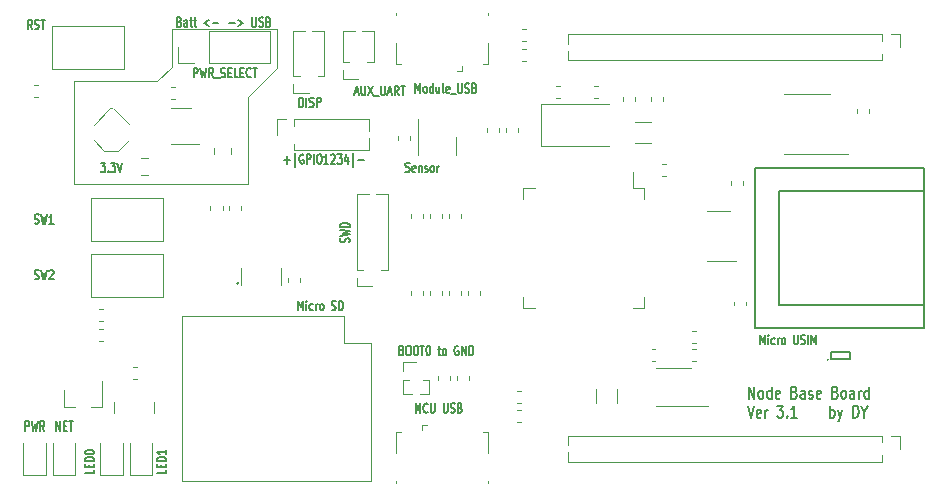
<source format=gbr>
G04 #@! TF.GenerationSoftware,KiCad,Pcbnew,5.99.0-unknown-df3fabf~86~ubuntu18.04.1*
G04 #@! TF.CreationDate,2019-10-30T18:29:11-04:00*
G04 #@! TF.ProjectId,node_base,6e6f6465-5f62-4617-9365-2e6b69636164,rev?*
G04 #@! TF.SameCoordinates,Original*
G04 #@! TF.FileFunction,Legend,Top*
G04 #@! TF.FilePolarity,Positive*
%FSLAX46Y46*%
G04 Gerber Fmt 4.6, Leading zero omitted, Abs format (unit mm)*
G04 Created by KiCad (PCBNEW 5.99.0-unknown-df3fabf~86~ubuntu18.04.1) date 2019-10-30 18:29:11*
%MOMM*%
%LPD*%
G04 APERTURE LIST*
%ADD10C,0.150000*%
%ADD11C,0.120000*%
G04 APERTURE END LIST*
D10*
X89114285Y-82761904D02*
X89485714Y-82761904D01*
X89285714Y-83066666D01*
X89371428Y-83066666D01*
X89428571Y-83104761D01*
X89457142Y-83142857D01*
X89485714Y-83219047D01*
X89485714Y-83409523D01*
X89457142Y-83485714D01*
X89428571Y-83523809D01*
X89371428Y-83561904D01*
X89200000Y-83561904D01*
X89142857Y-83523809D01*
X89114285Y-83485714D01*
X89742857Y-83485714D02*
X89771428Y-83523809D01*
X89742857Y-83561904D01*
X89714285Y-83523809D01*
X89742857Y-83485714D01*
X89742857Y-83561904D01*
X89971428Y-82761904D02*
X90342857Y-82761904D01*
X90142857Y-83066666D01*
X90228571Y-83066666D01*
X90285714Y-83104761D01*
X90314285Y-83142857D01*
X90342857Y-83219047D01*
X90342857Y-83409523D01*
X90314285Y-83485714D01*
X90285714Y-83523809D01*
X90228571Y-83561904D01*
X90057142Y-83561904D01*
X90000000Y-83523809D01*
X89971428Y-83485714D01*
X90514285Y-82761904D02*
X90714285Y-83561904D01*
X90914285Y-82761904D01*
X150864404Y-104352380D02*
X150864404Y-103352380D01*
X150864404Y-103733333D02*
X150940595Y-103685714D01*
X151092976Y-103685714D01*
X151169166Y-103733333D01*
X151207261Y-103780952D01*
X151245357Y-103876190D01*
X151245357Y-104161904D01*
X151207261Y-104257142D01*
X151169166Y-104304761D01*
X151092976Y-104352380D01*
X150940595Y-104352380D01*
X150864404Y-104304761D01*
X151512023Y-103685714D02*
X151702500Y-104352380D01*
X151892976Y-103685714D02*
X151702500Y-104352380D01*
X151626309Y-104590476D01*
X151588214Y-104638095D01*
X151512023Y-104685714D01*
X152807261Y-104352380D02*
X152807261Y-103352380D01*
X152997738Y-103352380D01*
X153112023Y-103400000D01*
X153188214Y-103495238D01*
X153226309Y-103590476D01*
X153264404Y-103780952D01*
X153264404Y-103923809D01*
X153226309Y-104114285D01*
X153188214Y-104209523D01*
X153112023Y-104304761D01*
X152997738Y-104352380D01*
X152807261Y-104352380D01*
X153759642Y-103876190D02*
X153759642Y-104352380D01*
X153492976Y-103352380D02*
X153759642Y-103876190D01*
X154026309Y-103352380D01*
X85328571Y-105461904D02*
X85328571Y-104661904D01*
X85671428Y-105461904D01*
X85671428Y-104661904D01*
X85957142Y-105042857D02*
X86157142Y-105042857D01*
X86242857Y-105461904D02*
X85957142Y-105461904D01*
X85957142Y-104661904D01*
X86242857Y-104661904D01*
X86414285Y-104661904D02*
X86757142Y-104661904D01*
X86585714Y-105461904D02*
X86585714Y-104661904D01*
X94661904Y-108771428D02*
X94661904Y-109057142D01*
X93861904Y-109057142D01*
X94242857Y-108571428D02*
X94242857Y-108371428D01*
X94661904Y-108285714D02*
X94661904Y-108571428D01*
X93861904Y-108571428D01*
X93861904Y-108285714D01*
X94661904Y-108028571D02*
X93861904Y-108028571D01*
X93861904Y-107885714D01*
X93900000Y-107800000D01*
X93976190Y-107742857D01*
X94052380Y-107714285D01*
X94204761Y-107685714D01*
X94319047Y-107685714D01*
X94471428Y-107714285D01*
X94547619Y-107742857D01*
X94623809Y-107800000D01*
X94661904Y-107885714D01*
X94661904Y-108028571D01*
X94661904Y-107114285D02*
X94661904Y-107457142D01*
X94661904Y-107285714D02*
X93861904Y-107285714D01*
X93976190Y-107342857D01*
X94052380Y-107400000D01*
X94090476Y-107457142D01*
X88561904Y-108771428D02*
X88561904Y-109057142D01*
X87761904Y-109057142D01*
X88142857Y-108571428D02*
X88142857Y-108371428D01*
X88561904Y-108285714D02*
X88561904Y-108571428D01*
X87761904Y-108571428D01*
X87761904Y-108285714D01*
X88561904Y-108028571D02*
X87761904Y-108028571D01*
X87761904Y-107885714D01*
X87800000Y-107800000D01*
X87876190Y-107742857D01*
X87952380Y-107714285D01*
X88104761Y-107685714D01*
X88219047Y-107685714D01*
X88371428Y-107714285D01*
X88447619Y-107742857D01*
X88523809Y-107800000D01*
X88561904Y-107885714D01*
X88561904Y-108028571D01*
X87761904Y-107314285D02*
X87761904Y-107257142D01*
X87800000Y-107200000D01*
X87838095Y-107171428D01*
X87914285Y-107142857D01*
X88066666Y-107114285D01*
X88257142Y-107114285D01*
X88409523Y-107142857D01*
X88485714Y-107171428D01*
X88523809Y-107200000D01*
X88561904Y-107257142D01*
X88561904Y-107314285D01*
X88523809Y-107371428D01*
X88485714Y-107400000D01*
X88409523Y-107428571D01*
X88257142Y-107457142D01*
X88066666Y-107457142D01*
X87914285Y-107428571D01*
X87838095Y-107400000D01*
X87800000Y-107371428D01*
X87761904Y-107314285D01*
X82700000Y-105461904D02*
X82700000Y-104661904D01*
X82928571Y-104661904D01*
X82985714Y-104700000D01*
X83014285Y-104738095D01*
X83042857Y-104814285D01*
X83042857Y-104928571D01*
X83014285Y-105004761D01*
X82985714Y-105042857D01*
X82928571Y-105080952D01*
X82700000Y-105080952D01*
X83242857Y-104661904D02*
X83385714Y-105461904D01*
X83500000Y-104890476D01*
X83614285Y-105461904D01*
X83757142Y-104661904D01*
X84328571Y-105461904D02*
X84128571Y-105080952D01*
X83985714Y-105461904D02*
X83985714Y-104661904D01*
X84214285Y-104661904D01*
X84271428Y-104700000D01*
X84300000Y-104738095D01*
X84328571Y-104814285D01*
X84328571Y-104928571D01*
X84300000Y-105004761D01*
X84271428Y-105042857D01*
X84214285Y-105080952D01*
X83985714Y-105080952D01*
D11*
X95100000Y-71500000D02*
X95100000Y-71700000D01*
X104000000Y-71500000D02*
X95100000Y-71500000D01*
X104000000Y-74800000D02*
X104000000Y-71500000D01*
X101600000Y-77200000D02*
X104000000Y-74800000D01*
X101600000Y-84600000D02*
X101600000Y-77200000D01*
X86800000Y-84600000D02*
X101600000Y-84600000D01*
X86800000Y-75900000D02*
X86800000Y-84600000D01*
X93900000Y-75900000D02*
X86800000Y-75900000D01*
X95100000Y-74700000D02*
X93900000Y-75900000D01*
X95100000Y-71700000D02*
X95100000Y-74700000D01*
D10*
X143987976Y-102747380D02*
X143987976Y-101747380D01*
X144445119Y-102747380D01*
X144445119Y-101747380D01*
X144940357Y-102747380D02*
X144864166Y-102699761D01*
X144826071Y-102652142D01*
X144787976Y-102556904D01*
X144787976Y-102271190D01*
X144826071Y-102175952D01*
X144864166Y-102128333D01*
X144940357Y-102080714D01*
X145054642Y-102080714D01*
X145130833Y-102128333D01*
X145168928Y-102175952D01*
X145207023Y-102271190D01*
X145207023Y-102556904D01*
X145168928Y-102652142D01*
X145130833Y-102699761D01*
X145054642Y-102747380D01*
X144940357Y-102747380D01*
X145892738Y-102747380D02*
X145892738Y-101747380D01*
X145892738Y-102699761D02*
X145816547Y-102747380D01*
X145664166Y-102747380D01*
X145587976Y-102699761D01*
X145549880Y-102652142D01*
X145511785Y-102556904D01*
X145511785Y-102271190D01*
X145549880Y-102175952D01*
X145587976Y-102128333D01*
X145664166Y-102080714D01*
X145816547Y-102080714D01*
X145892738Y-102128333D01*
X146578452Y-102699761D02*
X146502261Y-102747380D01*
X146349880Y-102747380D01*
X146273690Y-102699761D01*
X146235595Y-102604523D01*
X146235595Y-102223571D01*
X146273690Y-102128333D01*
X146349880Y-102080714D01*
X146502261Y-102080714D01*
X146578452Y-102128333D01*
X146616547Y-102223571D01*
X146616547Y-102318809D01*
X146235595Y-102414047D01*
X147835595Y-102223571D02*
X147949880Y-102271190D01*
X147987976Y-102318809D01*
X148026071Y-102414047D01*
X148026071Y-102556904D01*
X147987976Y-102652142D01*
X147949880Y-102699761D01*
X147873690Y-102747380D01*
X147568928Y-102747380D01*
X147568928Y-101747380D01*
X147835595Y-101747380D01*
X147911785Y-101795000D01*
X147949880Y-101842619D01*
X147987976Y-101937857D01*
X147987976Y-102033095D01*
X147949880Y-102128333D01*
X147911785Y-102175952D01*
X147835595Y-102223571D01*
X147568928Y-102223571D01*
X148711785Y-102747380D02*
X148711785Y-102223571D01*
X148673690Y-102128333D01*
X148597500Y-102080714D01*
X148445119Y-102080714D01*
X148368928Y-102128333D01*
X148711785Y-102699761D02*
X148635595Y-102747380D01*
X148445119Y-102747380D01*
X148368928Y-102699761D01*
X148330833Y-102604523D01*
X148330833Y-102509285D01*
X148368928Y-102414047D01*
X148445119Y-102366428D01*
X148635595Y-102366428D01*
X148711785Y-102318809D01*
X149054642Y-102699761D02*
X149130833Y-102747380D01*
X149283214Y-102747380D01*
X149359404Y-102699761D01*
X149397500Y-102604523D01*
X149397500Y-102556904D01*
X149359404Y-102461666D01*
X149283214Y-102414047D01*
X149168928Y-102414047D01*
X149092738Y-102366428D01*
X149054642Y-102271190D01*
X149054642Y-102223571D01*
X149092738Y-102128333D01*
X149168928Y-102080714D01*
X149283214Y-102080714D01*
X149359404Y-102128333D01*
X150045119Y-102699761D02*
X149968928Y-102747380D01*
X149816547Y-102747380D01*
X149740357Y-102699761D01*
X149702261Y-102604523D01*
X149702261Y-102223571D01*
X149740357Y-102128333D01*
X149816547Y-102080714D01*
X149968928Y-102080714D01*
X150045119Y-102128333D01*
X150083214Y-102223571D01*
X150083214Y-102318809D01*
X149702261Y-102414047D01*
X151302261Y-102223571D02*
X151416547Y-102271190D01*
X151454642Y-102318809D01*
X151492738Y-102414047D01*
X151492738Y-102556904D01*
X151454642Y-102652142D01*
X151416547Y-102699761D01*
X151340357Y-102747380D01*
X151035595Y-102747380D01*
X151035595Y-101747380D01*
X151302261Y-101747380D01*
X151378452Y-101795000D01*
X151416547Y-101842619D01*
X151454642Y-101937857D01*
X151454642Y-102033095D01*
X151416547Y-102128333D01*
X151378452Y-102175952D01*
X151302261Y-102223571D01*
X151035595Y-102223571D01*
X151949880Y-102747380D02*
X151873690Y-102699761D01*
X151835595Y-102652142D01*
X151797500Y-102556904D01*
X151797500Y-102271190D01*
X151835595Y-102175952D01*
X151873690Y-102128333D01*
X151949880Y-102080714D01*
X152064166Y-102080714D01*
X152140357Y-102128333D01*
X152178452Y-102175952D01*
X152216547Y-102271190D01*
X152216547Y-102556904D01*
X152178452Y-102652142D01*
X152140357Y-102699761D01*
X152064166Y-102747380D01*
X151949880Y-102747380D01*
X152902261Y-102747380D02*
X152902261Y-102223571D01*
X152864166Y-102128333D01*
X152787976Y-102080714D01*
X152635595Y-102080714D01*
X152559404Y-102128333D01*
X152902261Y-102699761D02*
X152826071Y-102747380D01*
X152635595Y-102747380D01*
X152559404Y-102699761D01*
X152521309Y-102604523D01*
X152521309Y-102509285D01*
X152559404Y-102414047D01*
X152635595Y-102366428D01*
X152826071Y-102366428D01*
X152902261Y-102318809D01*
X153283214Y-102747380D02*
X153283214Y-102080714D01*
X153283214Y-102271190D02*
X153321309Y-102175952D01*
X153359404Y-102128333D01*
X153435595Y-102080714D01*
X153511785Y-102080714D01*
X154121309Y-102747380D02*
X154121309Y-101747380D01*
X154121309Y-102699761D02*
X154045119Y-102747380D01*
X153892738Y-102747380D01*
X153816547Y-102699761D01*
X153778452Y-102652142D01*
X153740357Y-102556904D01*
X153740357Y-102271190D01*
X153778452Y-102175952D01*
X153816547Y-102128333D01*
X153892738Y-102080714D01*
X154045119Y-102080714D01*
X154121309Y-102128333D01*
X143873690Y-103357380D02*
X144140357Y-104357380D01*
X144407023Y-103357380D01*
X144978452Y-104309761D02*
X144902261Y-104357380D01*
X144749880Y-104357380D01*
X144673690Y-104309761D01*
X144635595Y-104214523D01*
X144635595Y-103833571D01*
X144673690Y-103738333D01*
X144749880Y-103690714D01*
X144902261Y-103690714D01*
X144978452Y-103738333D01*
X145016547Y-103833571D01*
X145016547Y-103928809D01*
X144635595Y-104024047D01*
X145359404Y-104357380D02*
X145359404Y-103690714D01*
X145359404Y-103881190D02*
X145397500Y-103785952D01*
X145435595Y-103738333D01*
X145511785Y-103690714D01*
X145587976Y-103690714D01*
X146387976Y-103357380D02*
X146883214Y-103357380D01*
X146616547Y-103738333D01*
X146730833Y-103738333D01*
X146807023Y-103785952D01*
X146845119Y-103833571D01*
X146883214Y-103928809D01*
X146883214Y-104166904D01*
X146845119Y-104262142D01*
X146807023Y-104309761D01*
X146730833Y-104357380D01*
X146502261Y-104357380D01*
X146426071Y-104309761D01*
X146387976Y-104262142D01*
X147226071Y-104262142D02*
X147264166Y-104309761D01*
X147226071Y-104357380D01*
X147187976Y-104309761D01*
X147226071Y-104262142D01*
X147226071Y-104357380D01*
X148026071Y-104357380D02*
X147568928Y-104357380D01*
X147797500Y-104357380D02*
X147797500Y-103357380D01*
X147721309Y-103500238D01*
X147645119Y-103595476D01*
X147568928Y-103643095D01*
X114900000Y-83523809D02*
X114985714Y-83561904D01*
X115128571Y-83561904D01*
X115185714Y-83523809D01*
X115214285Y-83485714D01*
X115242857Y-83409523D01*
X115242857Y-83333333D01*
X115214285Y-83257142D01*
X115185714Y-83219047D01*
X115128571Y-83180952D01*
X115014285Y-83142857D01*
X114957142Y-83104761D01*
X114928571Y-83066666D01*
X114900000Y-82990476D01*
X114900000Y-82914285D01*
X114928571Y-82838095D01*
X114957142Y-82800000D01*
X115014285Y-82761904D01*
X115157142Y-82761904D01*
X115242857Y-82800000D01*
X115728571Y-83523809D02*
X115671428Y-83561904D01*
X115557142Y-83561904D01*
X115500000Y-83523809D01*
X115471428Y-83447619D01*
X115471428Y-83142857D01*
X115500000Y-83066666D01*
X115557142Y-83028571D01*
X115671428Y-83028571D01*
X115728571Y-83066666D01*
X115757142Y-83142857D01*
X115757142Y-83219047D01*
X115471428Y-83295238D01*
X116014285Y-83028571D02*
X116014285Y-83561904D01*
X116014285Y-83104761D02*
X116042857Y-83066666D01*
X116100000Y-83028571D01*
X116185714Y-83028571D01*
X116242857Y-83066666D01*
X116271428Y-83142857D01*
X116271428Y-83561904D01*
X116528571Y-83523809D02*
X116585714Y-83561904D01*
X116700000Y-83561904D01*
X116757142Y-83523809D01*
X116785714Y-83447619D01*
X116785714Y-83409523D01*
X116757142Y-83333333D01*
X116700000Y-83295238D01*
X116614285Y-83295238D01*
X116557142Y-83257142D01*
X116528571Y-83180952D01*
X116528571Y-83142857D01*
X116557142Y-83066666D01*
X116614285Y-83028571D01*
X116700000Y-83028571D01*
X116757142Y-83066666D01*
X117128571Y-83561904D02*
X117071428Y-83523809D01*
X117042857Y-83485714D01*
X117014285Y-83409523D01*
X117014285Y-83180952D01*
X117042857Y-83104761D01*
X117071428Y-83066666D01*
X117128571Y-83028571D01*
X117214285Y-83028571D01*
X117271428Y-83066666D01*
X117300000Y-83104761D01*
X117328571Y-83180952D01*
X117328571Y-83409523D01*
X117300000Y-83485714D01*
X117271428Y-83523809D01*
X117214285Y-83561904D01*
X117128571Y-83561904D01*
X117585714Y-83561904D02*
X117585714Y-83028571D01*
X117585714Y-83180952D02*
X117614285Y-83104761D01*
X117642857Y-83066666D01*
X117700000Y-83028571D01*
X117757142Y-83028571D01*
X114585714Y-98642857D02*
X114671428Y-98680952D01*
X114700000Y-98719047D01*
X114728571Y-98795238D01*
X114728571Y-98909523D01*
X114700000Y-98985714D01*
X114671428Y-99023809D01*
X114614285Y-99061904D01*
X114385714Y-99061904D01*
X114385714Y-98261904D01*
X114585714Y-98261904D01*
X114642857Y-98300000D01*
X114671428Y-98338095D01*
X114700000Y-98414285D01*
X114700000Y-98490476D01*
X114671428Y-98566666D01*
X114642857Y-98604761D01*
X114585714Y-98642857D01*
X114385714Y-98642857D01*
X115100000Y-98261904D02*
X115214285Y-98261904D01*
X115271428Y-98300000D01*
X115328571Y-98376190D01*
X115357142Y-98528571D01*
X115357142Y-98795238D01*
X115328571Y-98947619D01*
X115271428Y-99023809D01*
X115214285Y-99061904D01*
X115100000Y-99061904D01*
X115042857Y-99023809D01*
X114985714Y-98947619D01*
X114957142Y-98795238D01*
X114957142Y-98528571D01*
X114985714Y-98376190D01*
X115042857Y-98300000D01*
X115100000Y-98261904D01*
X115728571Y-98261904D02*
X115842857Y-98261904D01*
X115900000Y-98300000D01*
X115957142Y-98376190D01*
X115985714Y-98528571D01*
X115985714Y-98795238D01*
X115957142Y-98947619D01*
X115900000Y-99023809D01*
X115842857Y-99061904D01*
X115728571Y-99061904D01*
X115671428Y-99023809D01*
X115614285Y-98947619D01*
X115585714Y-98795238D01*
X115585714Y-98528571D01*
X115614285Y-98376190D01*
X115671428Y-98300000D01*
X115728571Y-98261904D01*
X116157142Y-98261904D02*
X116500000Y-98261904D01*
X116328571Y-99061904D02*
X116328571Y-98261904D01*
X116814285Y-98261904D02*
X116871428Y-98261904D01*
X116928571Y-98300000D01*
X116957142Y-98338095D01*
X116985714Y-98414285D01*
X117014285Y-98566666D01*
X117014285Y-98757142D01*
X116985714Y-98909523D01*
X116957142Y-98985714D01*
X116928571Y-99023809D01*
X116871428Y-99061904D01*
X116814285Y-99061904D01*
X116757142Y-99023809D01*
X116728571Y-98985714D01*
X116700000Y-98909523D01*
X116671428Y-98757142D01*
X116671428Y-98566666D01*
X116700000Y-98414285D01*
X116728571Y-98338095D01*
X116757142Y-98300000D01*
X116814285Y-98261904D01*
X117642857Y-98528571D02*
X117871428Y-98528571D01*
X117728571Y-98261904D02*
X117728571Y-98947619D01*
X117757142Y-99023809D01*
X117814285Y-99061904D01*
X117871428Y-99061904D01*
X118157142Y-99061904D02*
X118100000Y-99023809D01*
X118071428Y-98985714D01*
X118042857Y-98909523D01*
X118042857Y-98680952D01*
X118071428Y-98604761D01*
X118100000Y-98566666D01*
X118157142Y-98528571D01*
X118242857Y-98528571D01*
X118300000Y-98566666D01*
X118328571Y-98604761D01*
X118357142Y-98680952D01*
X118357142Y-98909523D01*
X118328571Y-98985714D01*
X118300000Y-99023809D01*
X118242857Y-99061904D01*
X118157142Y-99061904D01*
X119385714Y-98300000D02*
X119328571Y-98261904D01*
X119242857Y-98261904D01*
X119157142Y-98300000D01*
X119100000Y-98376190D01*
X119071428Y-98452380D01*
X119042857Y-98604761D01*
X119042857Y-98719047D01*
X119071428Y-98871428D01*
X119100000Y-98947619D01*
X119157142Y-99023809D01*
X119242857Y-99061904D01*
X119300000Y-99061904D01*
X119385714Y-99023809D01*
X119414285Y-98985714D01*
X119414285Y-98719047D01*
X119300000Y-98719047D01*
X119671428Y-99061904D02*
X119671428Y-98261904D01*
X120014285Y-99061904D01*
X120014285Y-98261904D01*
X120300000Y-99061904D02*
X120300000Y-98261904D01*
X120442857Y-98261904D01*
X120528571Y-98300000D01*
X120585714Y-98376190D01*
X120614285Y-98452380D01*
X120642857Y-98604761D01*
X120642857Y-98719047D01*
X120614285Y-98871428D01*
X120585714Y-98947619D01*
X120528571Y-99023809D01*
X120442857Y-99061904D01*
X120300000Y-99061904D01*
X115757142Y-103961904D02*
X115757142Y-103161904D01*
X115957142Y-103733333D01*
X116157142Y-103161904D01*
X116157142Y-103961904D01*
X116785714Y-103885714D02*
X116757142Y-103923809D01*
X116671428Y-103961904D01*
X116614285Y-103961904D01*
X116528571Y-103923809D01*
X116471428Y-103847619D01*
X116442857Y-103771428D01*
X116414285Y-103619047D01*
X116414285Y-103504761D01*
X116442857Y-103352380D01*
X116471428Y-103276190D01*
X116528571Y-103200000D01*
X116614285Y-103161904D01*
X116671428Y-103161904D01*
X116757142Y-103200000D01*
X116785714Y-103238095D01*
X117042857Y-103161904D02*
X117042857Y-103809523D01*
X117071428Y-103885714D01*
X117100000Y-103923809D01*
X117157142Y-103961904D01*
X117271428Y-103961904D01*
X117328571Y-103923809D01*
X117357142Y-103885714D01*
X117385714Y-103809523D01*
X117385714Y-103161904D01*
X118128571Y-103161904D02*
X118128571Y-103809523D01*
X118157142Y-103885714D01*
X118185714Y-103923809D01*
X118242857Y-103961904D01*
X118357142Y-103961904D01*
X118414285Y-103923809D01*
X118442857Y-103885714D01*
X118471428Y-103809523D01*
X118471428Y-103161904D01*
X118728571Y-103923809D02*
X118814285Y-103961904D01*
X118957142Y-103961904D01*
X119014285Y-103923809D01*
X119042857Y-103885714D01*
X119071428Y-103809523D01*
X119071428Y-103733333D01*
X119042857Y-103657142D01*
X119014285Y-103619047D01*
X118957142Y-103580952D01*
X118842857Y-103542857D01*
X118785714Y-103504761D01*
X118757142Y-103466666D01*
X118728571Y-103390476D01*
X118728571Y-103314285D01*
X118757142Y-103238095D01*
X118785714Y-103200000D01*
X118842857Y-103161904D01*
X118985714Y-103161904D01*
X119071428Y-103200000D01*
X119528571Y-103542857D02*
X119614285Y-103580952D01*
X119642857Y-103619047D01*
X119671428Y-103695238D01*
X119671428Y-103809523D01*
X119642857Y-103885714D01*
X119614285Y-103923809D01*
X119557142Y-103961904D01*
X119328571Y-103961904D01*
X119328571Y-103161904D01*
X119528571Y-103161904D01*
X119585714Y-103200000D01*
X119614285Y-103238095D01*
X119642857Y-103314285D01*
X119642857Y-103390476D01*
X119614285Y-103466666D01*
X119585714Y-103504761D01*
X119528571Y-103542857D01*
X119328571Y-103542857D01*
X83500000Y-87923809D02*
X83585714Y-87961904D01*
X83728571Y-87961904D01*
X83785714Y-87923809D01*
X83814285Y-87885714D01*
X83842857Y-87809523D01*
X83842857Y-87733333D01*
X83814285Y-87657142D01*
X83785714Y-87619047D01*
X83728571Y-87580952D01*
X83614285Y-87542857D01*
X83557142Y-87504761D01*
X83528571Y-87466666D01*
X83500000Y-87390476D01*
X83500000Y-87314285D01*
X83528571Y-87238095D01*
X83557142Y-87200000D01*
X83614285Y-87161904D01*
X83757142Y-87161904D01*
X83842857Y-87200000D01*
X84042857Y-87161904D02*
X84185714Y-87961904D01*
X84300000Y-87390476D01*
X84414285Y-87961904D01*
X84557142Y-87161904D01*
X85100000Y-87961904D02*
X84757142Y-87961904D01*
X84928571Y-87961904D02*
X84928571Y-87161904D01*
X84871428Y-87276190D01*
X84814285Y-87352380D01*
X84757142Y-87390476D01*
X83500000Y-92623809D02*
X83585714Y-92661904D01*
X83728571Y-92661904D01*
X83785714Y-92623809D01*
X83814285Y-92585714D01*
X83842857Y-92509523D01*
X83842857Y-92433333D01*
X83814285Y-92357142D01*
X83785714Y-92319047D01*
X83728571Y-92280952D01*
X83614285Y-92242857D01*
X83557142Y-92204761D01*
X83528571Y-92166666D01*
X83500000Y-92090476D01*
X83500000Y-92014285D01*
X83528571Y-91938095D01*
X83557142Y-91900000D01*
X83614285Y-91861904D01*
X83757142Y-91861904D01*
X83842857Y-91900000D01*
X84042857Y-91861904D02*
X84185714Y-92661904D01*
X84300000Y-92090476D01*
X84414285Y-92661904D01*
X84557142Y-91861904D01*
X84757142Y-91938095D02*
X84785714Y-91900000D01*
X84842857Y-91861904D01*
X84985714Y-91861904D01*
X85042857Y-91900000D01*
X85071428Y-91938095D01*
X85100000Y-92014285D01*
X85100000Y-92090476D01*
X85071428Y-92204761D01*
X84728571Y-92661904D01*
X85100000Y-92661904D01*
X110123809Y-89514285D02*
X110161904Y-89428571D01*
X110161904Y-89285714D01*
X110123809Y-89228571D01*
X110085714Y-89200000D01*
X110009523Y-89171428D01*
X109933333Y-89171428D01*
X109857142Y-89200000D01*
X109819047Y-89228571D01*
X109780952Y-89285714D01*
X109742857Y-89400000D01*
X109704761Y-89457142D01*
X109666666Y-89485714D01*
X109590476Y-89514285D01*
X109514285Y-89514285D01*
X109438095Y-89485714D01*
X109400000Y-89457142D01*
X109361904Y-89400000D01*
X109361904Y-89257142D01*
X109400000Y-89171428D01*
X109361904Y-88971428D02*
X110161904Y-88828571D01*
X109590476Y-88714285D01*
X110161904Y-88600000D01*
X109361904Y-88457142D01*
X110161904Y-88228571D02*
X109361904Y-88228571D01*
X109361904Y-88085714D01*
X109400000Y-88000000D01*
X109476190Y-87942857D01*
X109552380Y-87914285D01*
X109704761Y-87885714D01*
X109819047Y-87885714D01*
X109971428Y-87914285D01*
X110047619Y-87942857D01*
X110123809Y-88000000D01*
X110161904Y-88085714D01*
X110161904Y-88228571D01*
X105828571Y-95261904D02*
X105828571Y-94461904D01*
X106028571Y-95033333D01*
X106228571Y-94461904D01*
X106228571Y-95261904D01*
X106514285Y-95261904D02*
X106514285Y-94728571D01*
X106514285Y-94461904D02*
X106485714Y-94500000D01*
X106514285Y-94538095D01*
X106542857Y-94500000D01*
X106514285Y-94461904D01*
X106514285Y-94538095D01*
X107057142Y-95223809D02*
X107000000Y-95261904D01*
X106885714Y-95261904D01*
X106828571Y-95223809D01*
X106800000Y-95185714D01*
X106771428Y-95109523D01*
X106771428Y-94880952D01*
X106800000Y-94804761D01*
X106828571Y-94766666D01*
X106885714Y-94728571D01*
X107000000Y-94728571D01*
X107057142Y-94766666D01*
X107314285Y-95261904D02*
X107314285Y-94728571D01*
X107314285Y-94880952D02*
X107342857Y-94804761D01*
X107371428Y-94766666D01*
X107428571Y-94728571D01*
X107485714Y-94728571D01*
X107771428Y-95261904D02*
X107714285Y-95223809D01*
X107685714Y-95185714D01*
X107657142Y-95109523D01*
X107657142Y-94880952D01*
X107685714Y-94804761D01*
X107714285Y-94766666D01*
X107771428Y-94728571D01*
X107857142Y-94728571D01*
X107914285Y-94766666D01*
X107942857Y-94804761D01*
X107971428Y-94880952D01*
X107971428Y-95109523D01*
X107942857Y-95185714D01*
X107914285Y-95223809D01*
X107857142Y-95261904D01*
X107771428Y-95261904D01*
X108657142Y-95223809D02*
X108742857Y-95261904D01*
X108885714Y-95261904D01*
X108942857Y-95223809D01*
X108971428Y-95185714D01*
X109000000Y-95109523D01*
X109000000Y-95033333D01*
X108971428Y-94957142D01*
X108942857Y-94919047D01*
X108885714Y-94880952D01*
X108771428Y-94842857D01*
X108714285Y-94804761D01*
X108685714Y-94766666D01*
X108657142Y-94690476D01*
X108657142Y-94614285D01*
X108685714Y-94538095D01*
X108714285Y-94500000D01*
X108771428Y-94461904D01*
X108914285Y-94461904D01*
X109000000Y-94500000D01*
X109257142Y-95261904D02*
X109257142Y-94461904D01*
X109400000Y-94461904D01*
X109485714Y-94500000D01*
X109542857Y-94576190D01*
X109571428Y-94652380D01*
X109600000Y-94804761D01*
X109600000Y-94919047D01*
X109571428Y-95071428D01*
X109542857Y-95147619D01*
X109485714Y-95223809D01*
X109400000Y-95261904D01*
X109257142Y-95261904D01*
X144928571Y-98161904D02*
X144928571Y-97361904D01*
X145128571Y-97933333D01*
X145328571Y-97361904D01*
X145328571Y-98161904D01*
X145614285Y-98161904D02*
X145614285Y-97628571D01*
X145614285Y-97361904D02*
X145585714Y-97400000D01*
X145614285Y-97438095D01*
X145642857Y-97400000D01*
X145614285Y-97361904D01*
X145614285Y-97438095D01*
X146157142Y-98123809D02*
X146100000Y-98161904D01*
X145985714Y-98161904D01*
X145928571Y-98123809D01*
X145900000Y-98085714D01*
X145871428Y-98009523D01*
X145871428Y-97780952D01*
X145900000Y-97704761D01*
X145928571Y-97666666D01*
X145985714Y-97628571D01*
X146100000Y-97628571D01*
X146157142Y-97666666D01*
X146414285Y-98161904D02*
X146414285Y-97628571D01*
X146414285Y-97780952D02*
X146442857Y-97704761D01*
X146471428Y-97666666D01*
X146528571Y-97628571D01*
X146585714Y-97628571D01*
X146871428Y-98161904D02*
X146814285Y-98123809D01*
X146785714Y-98085714D01*
X146757142Y-98009523D01*
X146757142Y-97780952D01*
X146785714Y-97704761D01*
X146814285Y-97666666D01*
X146871428Y-97628571D01*
X146957142Y-97628571D01*
X147014285Y-97666666D01*
X147042857Y-97704761D01*
X147071428Y-97780952D01*
X147071428Y-98009523D01*
X147042857Y-98085714D01*
X147014285Y-98123809D01*
X146957142Y-98161904D01*
X146871428Y-98161904D01*
X147785714Y-97361904D02*
X147785714Y-98009523D01*
X147814285Y-98085714D01*
X147842857Y-98123809D01*
X147900000Y-98161904D01*
X148014285Y-98161904D01*
X148071428Y-98123809D01*
X148100000Y-98085714D01*
X148128571Y-98009523D01*
X148128571Y-97361904D01*
X148385714Y-98123809D02*
X148471428Y-98161904D01*
X148614285Y-98161904D01*
X148671428Y-98123809D01*
X148700000Y-98085714D01*
X148728571Y-98009523D01*
X148728571Y-97933333D01*
X148700000Y-97857142D01*
X148671428Y-97819047D01*
X148614285Y-97780952D01*
X148500000Y-97742857D01*
X148442857Y-97704761D01*
X148414285Y-97666666D01*
X148385714Y-97590476D01*
X148385714Y-97514285D01*
X148414285Y-97438095D01*
X148442857Y-97400000D01*
X148500000Y-97361904D01*
X148642857Y-97361904D01*
X148728571Y-97400000D01*
X148985714Y-98161904D02*
X148985714Y-97361904D01*
X149271428Y-98161904D02*
X149271428Y-97361904D01*
X149471428Y-97933333D01*
X149671428Y-97361904D01*
X149671428Y-98161904D01*
X115742857Y-76861904D02*
X115742857Y-76061904D01*
X115942857Y-76633333D01*
X116142857Y-76061904D01*
X116142857Y-76861904D01*
X116514285Y-76861904D02*
X116457142Y-76823809D01*
X116428571Y-76785714D01*
X116400000Y-76709523D01*
X116400000Y-76480952D01*
X116428571Y-76404761D01*
X116457142Y-76366666D01*
X116514285Y-76328571D01*
X116600000Y-76328571D01*
X116657142Y-76366666D01*
X116685714Y-76404761D01*
X116714285Y-76480952D01*
X116714285Y-76709523D01*
X116685714Y-76785714D01*
X116657142Y-76823809D01*
X116600000Y-76861904D01*
X116514285Y-76861904D01*
X117228571Y-76861904D02*
X117228571Y-76061904D01*
X117228571Y-76823809D02*
X117171428Y-76861904D01*
X117057142Y-76861904D01*
X117000000Y-76823809D01*
X116971428Y-76785714D01*
X116942857Y-76709523D01*
X116942857Y-76480952D01*
X116971428Y-76404761D01*
X117000000Y-76366666D01*
X117057142Y-76328571D01*
X117171428Y-76328571D01*
X117228571Y-76366666D01*
X117771428Y-76328571D02*
X117771428Y-76861904D01*
X117514285Y-76328571D02*
X117514285Y-76747619D01*
X117542857Y-76823809D01*
X117600000Y-76861904D01*
X117685714Y-76861904D01*
X117742857Y-76823809D01*
X117771428Y-76785714D01*
X118142857Y-76861904D02*
X118085714Y-76823809D01*
X118057142Y-76747619D01*
X118057142Y-76061904D01*
X118600000Y-76823809D02*
X118542857Y-76861904D01*
X118428571Y-76861904D01*
X118371428Y-76823809D01*
X118342857Y-76747619D01*
X118342857Y-76442857D01*
X118371428Y-76366666D01*
X118428571Y-76328571D01*
X118542857Y-76328571D01*
X118600000Y-76366666D01*
X118628571Y-76442857D01*
X118628571Y-76519047D01*
X118342857Y-76595238D01*
X118742857Y-76938095D02*
X119200000Y-76938095D01*
X119342857Y-76061904D02*
X119342857Y-76709523D01*
X119371428Y-76785714D01*
X119400000Y-76823809D01*
X119457142Y-76861904D01*
X119571428Y-76861904D01*
X119628571Y-76823809D01*
X119657142Y-76785714D01*
X119685714Y-76709523D01*
X119685714Y-76061904D01*
X119942857Y-76823809D02*
X120028571Y-76861904D01*
X120171428Y-76861904D01*
X120228571Y-76823809D01*
X120257142Y-76785714D01*
X120285714Y-76709523D01*
X120285714Y-76633333D01*
X120257142Y-76557142D01*
X120228571Y-76519047D01*
X120171428Y-76480952D01*
X120057142Y-76442857D01*
X120000000Y-76404761D01*
X119971428Y-76366666D01*
X119942857Y-76290476D01*
X119942857Y-76214285D01*
X119971428Y-76138095D01*
X120000000Y-76100000D01*
X120057142Y-76061904D01*
X120200000Y-76061904D01*
X120285714Y-76100000D01*
X120742857Y-76442857D02*
X120828571Y-76480952D01*
X120857142Y-76519047D01*
X120885714Y-76595238D01*
X120885714Y-76709523D01*
X120857142Y-76785714D01*
X120828571Y-76823809D01*
X120771428Y-76861904D01*
X120542857Y-76861904D01*
X120542857Y-76061904D01*
X120742857Y-76061904D01*
X120800000Y-76100000D01*
X120828571Y-76138095D01*
X120857142Y-76214285D01*
X120857142Y-76290476D01*
X120828571Y-76366666D01*
X120800000Y-76404761D01*
X120742857Y-76442857D01*
X120542857Y-76442857D01*
X104628571Y-82557142D02*
X105085714Y-82557142D01*
X104857142Y-82861904D02*
X104857142Y-82252380D01*
X105514285Y-83128571D02*
X105514285Y-81985714D01*
X106257142Y-82100000D02*
X106200000Y-82061904D01*
X106114285Y-82061904D01*
X106028571Y-82100000D01*
X105971428Y-82176190D01*
X105942857Y-82252380D01*
X105914285Y-82404761D01*
X105914285Y-82519047D01*
X105942857Y-82671428D01*
X105971428Y-82747619D01*
X106028571Y-82823809D01*
X106114285Y-82861904D01*
X106171428Y-82861904D01*
X106257142Y-82823809D01*
X106285714Y-82785714D01*
X106285714Y-82519047D01*
X106171428Y-82519047D01*
X106542857Y-82861904D02*
X106542857Y-82061904D01*
X106771428Y-82061904D01*
X106828571Y-82100000D01*
X106857142Y-82138095D01*
X106885714Y-82214285D01*
X106885714Y-82328571D01*
X106857142Y-82404761D01*
X106828571Y-82442857D01*
X106771428Y-82480952D01*
X106542857Y-82480952D01*
X107142857Y-82861904D02*
X107142857Y-82061904D01*
X107542857Y-82061904D02*
X107657142Y-82061904D01*
X107714285Y-82100000D01*
X107771428Y-82176190D01*
X107800000Y-82328571D01*
X107800000Y-82595238D01*
X107771428Y-82747619D01*
X107714285Y-82823809D01*
X107657142Y-82861904D01*
X107542857Y-82861904D01*
X107485714Y-82823809D01*
X107428571Y-82747619D01*
X107400000Y-82595238D01*
X107400000Y-82328571D01*
X107428571Y-82176190D01*
X107485714Y-82100000D01*
X107542857Y-82061904D01*
X108371428Y-82861904D02*
X108028571Y-82861904D01*
X108200000Y-82861904D02*
X108200000Y-82061904D01*
X108142857Y-82176190D01*
X108085714Y-82252380D01*
X108028571Y-82290476D01*
X108600000Y-82138095D02*
X108628571Y-82100000D01*
X108685714Y-82061904D01*
X108828571Y-82061904D01*
X108885714Y-82100000D01*
X108914285Y-82138095D01*
X108942857Y-82214285D01*
X108942857Y-82290476D01*
X108914285Y-82404761D01*
X108571428Y-82861904D01*
X108942857Y-82861904D01*
X109142857Y-82061904D02*
X109514285Y-82061904D01*
X109314285Y-82366666D01*
X109400000Y-82366666D01*
X109457142Y-82404761D01*
X109485714Y-82442857D01*
X109514285Y-82519047D01*
X109514285Y-82709523D01*
X109485714Y-82785714D01*
X109457142Y-82823809D01*
X109400000Y-82861904D01*
X109228571Y-82861904D01*
X109171428Y-82823809D01*
X109142857Y-82785714D01*
X110028571Y-82328571D02*
X110028571Y-82861904D01*
X109885714Y-82023809D02*
X109742857Y-82595238D01*
X110114285Y-82595238D01*
X110485714Y-83128571D02*
X110485714Y-81985714D01*
X110914285Y-82557142D02*
X111371428Y-82557142D01*
X110628571Y-76833333D02*
X110914285Y-76833333D01*
X110571428Y-77061904D02*
X110771428Y-76261904D01*
X110971428Y-77061904D01*
X111171428Y-76261904D02*
X111171428Y-76909523D01*
X111200000Y-76985714D01*
X111228571Y-77023809D01*
X111285714Y-77061904D01*
X111400000Y-77061904D01*
X111457142Y-77023809D01*
X111485714Y-76985714D01*
X111514285Y-76909523D01*
X111514285Y-76261904D01*
X111742857Y-76261904D02*
X112142857Y-77061904D01*
X112142857Y-76261904D02*
X111742857Y-77061904D01*
X112228571Y-77138095D02*
X112685714Y-77138095D01*
X112828571Y-76261904D02*
X112828571Y-76909523D01*
X112857142Y-76985714D01*
X112885714Y-77023809D01*
X112942857Y-77061904D01*
X113057142Y-77061904D01*
X113114285Y-77023809D01*
X113142857Y-76985714D01*
X113171428Y-76909523D01*
X113171428Y-76261904D01*
X113428571Y-76833333D02*
X113714285Y-76833333D01*
X113371428Y-77061904D02*
X113571428Y-76261904D01*
X113771428Y-77061904D01*
X114314285Y-77061904D02*
X114114285Y-76680952D01*
X113971428Y-77061904D02*
X113971428Y-76261904D01*
X114200000Y-76261904D01*
X114257142Y-76300000D01*
X114285714Y-76338095D01*
X114314285Y-76414285D01*
X114314285Y-76528571D01*
X114285714Y-76604761D01*
X114257142Y-76642857D01*
X114200000Y-76680952D01*
X113971428Y-76680952D01*
X114485714Y-76261904D02*
X114828571Y-76261904D01*
X114657142Y-77061904D02*
X114657142Y-76261904D01*
X105914285Y-78061904D02*
X105914285Y-77261904D01*
X106057142Y-77261904D01*
X106142857Y-77300000D01*
X106200000Y-77376190D01*
X106228571Y-77452380D01*
X106257142Y-77604761D01*
X106257142Y-77719047D01*
X106228571Y-77871428D01*
X106200000Y-77947619D01*
X106142857Y-78023809D01*
X106057142Y-78061904D01*
X105914285Y-78061904D01*
X106514285Y-78061904D02*
X106514285Y-77261904D01*
X106771428Y-78023809D02*
X106857142Y-78061904D01*
X107000000Y-78061904D01*
X107057142Y-78023809D01*
X107085714Y-77985714D01*
X107114285Y-77909523D01*
X107114285Y-77833333D01*
X107085714Y-77757142D01*
X107057142Y-77719047D01*
X107000000Y-77680952D01*
X106885714Y-77642857D01*
X106828571Y-77604761D01*
X106800000Y-77566666D01*
X106771428Y-77490476D01*
X106771428Y-77414285D01*
X106800000Y-77338095D01*
X106828571Y-77300000D01*
X106885714Y-77261904D01*
X107028571Y-77261904D01*
X107114285Y-77300000D01*
X107371428Y-78061904D02*
X107371428Y-77261904D01*
X107600000Y-77261904D01*
X107657142Y-77300000D01*
X107685714Y-77338095D01*
X107714285Y-77414285D01*
X107714285Y-77528571D01*
X107685714Y-77604761D01*
X107657142Y-77642857D01*
X107600000Y-77680952D01*
X107371428Y-77680952D01*
X99971428Y-70957142D02*
X100428571Y-70957142D01*
X100714285Y-70728571D02*
X101171428Y-70957142D01*
X100714285Y-71185714D01*
X101914285Y-70461904D02*
X101914285Y-71109523D01*
X101942857Y-71185714D01*
X101971428Y-71223809D01*
X102028571Y-71261904D01*
X102142857Y-71261904D01*
X102200000Y-71223809D01*
X102228571Y-71185714D01*
X102257142Y-71109523D01*
X102257142Y-70461904D01*
X102514285Y-71223809D02*
X102600000Y-71261904D01*
X102742857Y-71261904D01*
X102800000Y-71223809D01*
X102828571Y-71185714D01*
X102857142Y-71109523D01*
X102857142Y-71033333D01*
X102828571Y-70957142D01*
X102800000Y-70919047D01*
X102742857Y-70880952D01*
X102628571Y-70842857D01*
X102571428Y-70804761D01*
X102542857Y-70766666D01*
X102514285Y-70690476D01*
X102514285Y-70614285D01*
X102542857Y-70538095D01*
X102571428Y-70500000D01*
X102628571Y-70461904D01*
X102771428Y-70461904D01*
X102857142Y-70500000D01*
X103314285Y-70842857D02*
X103400000Y-70880952D01*
X103428571Y-70919047D01*
X103457142Y-70995238D01*
X103457142Y-71109523D01*
X103428571Y-71185714D01*
X103400000Y-71223809D01*
X103342857Y-71261904D01*
X103114285Y-71261904D01*
X103114285Y-70461904D01*
X103314285Y-70461904D01*
X103371428Y-70500000D01*
X103400000Y-70538095D01*
X103428571Y-70614285D01*
X103428571Y-70690476D01*
X103400000Y-70766666D01*
X103371428Y-70804761D01*
X103314285Y-70842857D01*
X103114285Y-70842857D01*
X95757142Y-70842857D02*
X95842857Y-70880952D01*
X95871428Y-70919047D01*
X95900000Y-70995238D01*
X95900000Y-71109523D01*
X95871428Y-71185714D01*
X95842857Y-71223809D01*
X95785714Y-71261904D01*
X95557142Y-71261904D01*
X95557142Y-70461904D01*
X95757142Y-70461904D01*
X95814285Y-70500000D01*
X95842857Y-70538095D01*
X95871428Y-70614285D01*
X95871428Y-70690476D01*
X95842857Y-70766666D01*
X95814285Y-70804761D01*
X95757142Y-70842857D01*
X95557142Y-70842857D01*
X96414285Y-71261904D02*
X96414285Y-70842857D01*
X96385714Y-70766666D01*
X96328571Y-70728571D01*
X96214285Y-70728571D01*
X96157142Y-70766666D01*
X96414285Y-71223809D02*
X96357142Y-71261904D01*
X96214285Y-71261904D01*
X96157142Y-71223809D01*
X96128571Y-71147619D01*
X96128571Y-71071428D01*
X96157142Y-70995238D01*
X96214285Y-70957142D01*
X96357142Y-70957142D01*
X96414285Y-70919047D01*
X96614285Y-70728571D02*
X96842857Y-70728571D01*
X96700000Y-70461904D02*
X96700000Y-71147619D01*
X96728571Y-71223809D01*
X96785714Y-71261904D01*
X96842857Y-71261904D01*
X96957142Y-70728571D02*
X97185714Y-70728571D01*
X97042857Y-70461904D02*
X97042857Y-71147619D01*
X97071428Y-71223809D01*
X97128571Y-71261904D01*
X97185714Y-71261904D01*
X98300000Y-70728571D02*
X97842857Y-70957142D01*
X98300000Y-71185714D01*
X98585714Y-70957142D02*
X99042857Y-70957142D01*
X96971428Y-75561904D02*
X96971428Y-74761904D01*
X97200000Y-74761904D01*
X97257142Y-74800000D01*
X97285714Y-74838095D01*
X97314285Y-74914285D01*
X97314285Y-75028571D01*
X97285714Y-75104761D01*
X97257142Y-75142857D01*
X97200000Y-75180952D01*
X96971428Y-75180952D01*
X97514285Y-74761904D02*
X97657142Y-75561904D01*
X97771428Y-74990476D01*
X97885714Y-75561904D01*
X98028571Y-74761904D01*
X98600000Y-75561904D02*
X98400000Y-75180952D01*
X98257142Y-75561904D02*
X98257142Y-74761904D01*
X98485714Y-74761904D01*
X98542857Y-74800000D01*
X98571428Y-74838095D01*
X98600000Y-74914285D01*
X98600000Y-75028571D01*
X98571428Y-75104761D01*
X98542857Y-75142857D01*
X98485714Y-75180952D01*
X98257142Y-75180952D01*
X98714285Y-75638095D02*
X99171428Y-75638095D01*
X99285714Y-75523809D02*
X99371428Y-75561904D01*
X99514285Y-75561904D01*
X99571428Y-75523809D01*
X99600000Y-75485714D01*
X99628571Y-75409523D01*
X99628571Y-75333333D01*
X99600000Y-75257142D01*
X99571428Y-75219047D01*
X99514285Y-75180952D01*
X99400000Y-75142857D01*
X99342857Y-75104761D01*
X99314285Y-75066666D01*
X99285714Y-74990476D01*
X99285714Y-74914285D01*
X99314285Y-74838095D01*
X99342857Y-74800000D01*
X99400000Y-74761904D01*
X99542857Y-74761904D01*
X99628571Y-74800000D01*
X99885714Y-75142857D02*
X100085714Y-75142857D01*
X100171428Y-75561904D02*
X99885714Y-75561904D01*
X99885714Y-74761904D01*
X100171428Y-74761904D01*
X100714285Y-75561904D02*
X100428571Y-75561904D01*
X100428571Y-74761904D01*
X100914285Y-75142857D02*
X101114285Y-75142857D01*
X101200000Y-75561904D02*
X100914285Y-75561904D01*
X100914285Y-74761904D01*
X101200000Y-74761904D01*
X101800000Y-75485714D02*
X101771428Y-75523809D01*
X101685714Y-75561904D01*
X101628571Y-75561904D01*
X101542857Y-75523809D01*
X101485714Y-75447619D01*
X101457142Y-75371428D01*
X101428571Y-75219047D01*
X101428571Y-75104761D01*
X101457142Y-74952380D01*
X101485714Y-74876190D01*
X101542857Y-74800000D01*
X101628571Y-74761904D01*
X101685714Y-74761904D01*
X101771428Y-74800000D01*
X101800000Y-74838095D01*
X101971428Y-74761904D02*
X102314285Y-74761904D01*
X102142857Y-75561904D02*
X102142857Y-74761904D01*
X83271428Y-71461904D02*
X83071428Y-71080952D01*
X82928571Y-71461904D02*
X82928571Y-70661904D01*
X83157142Y-70661904D01*
X83214285Y-70700000D01*
X83242857Y-70738095D01*
X83271428Y-70814285D01*
X83271428Y-70928571D01*
X83242857Y-71004761D01*
X83214285Y-71042857D01*
X83157142Y-71080952D01*
X82928571Y-71080952D01*
X83500000Y-71423809D02*
X83585714Y-71461904D01*
X83728571Y-71461904D01*
X83785714Y-71423809D01*
X83814285Y-71385714D01*
X83842857Y-71309523D01*
X83842857Y-71233333D01*
X83814285Y-71157142D01*
X83785714Y-71119047D01*
X83728571Y-71080952D01*
X83614285Y-71042857D01*
X83557142Y-71004761D01*
X83528571Y-70966666D01*
X83500000Y-70890476D01*
X83500000Y-70814285D01*
X83528571Y-70738095D01*
X83557142Y-70700000D01*
X83614285Y-70661904D01*
X83757142Y-70661904D01*
X83842857Y-70700000D01*
X84014285Y-70661904D02*
X84357142Y-70661904D01*
X84185714Y-71461904D02*
X84185714Y-70661904D01*
D11*
X101000000Y-91700000D02*
X101000000Y-93100000D01*
X104400000Y-93100000D02*
X104400000Y-91700000D01*
X100800000Y-93000000D02*
G75*
G03X100800000Y-93000000I-100000J0D01*
G01*
X95362779Y-76390000D02*
X95037221Y-76390000D01*
X95362779Y-77410000D02*
X95037221Y-77410000D01*
X89800001Y-78250001D02*
G75*
G02X90199999Y-78250001I199999J-199999D01*
G01*
X90199999Y-78250001D02*
X91450000Y-79500000D01*
X88500000Y-79550000D02*
X89800000Y-78250000D01*
X89400000Y-81750000D02*
X88500000Y-80850000D01*
X90600000Y-81750000D02*
X89400000Y-81750000D01*
X91500000Y-80850000D02*
X90600000Y-81750000D01*
X92541422Y-83810000D02*
X93058578Y-83810000D01*
X92541422Y-82390000D02*
X93058578Y-82390000D01*
X98690000Y-81541422D02*
X98690000Y-82058578D01*
X100110000Y-81541422D02*
X100110000Y-82058578D01*
X104990000Y-92850279D02*
X104990000Y-92524721D01*
X106010000Y-92850279D02*
X106010000Y-92524721D01*
X126350000Y-81400000D02*
X132100000Y-81400000D01*
X126350000Y-77800000D02*
X126350000Y-81400000D01*
X132100000Y-77800000D02*
X126350000Y-77800000D01*
X86960000Y-109185000D02*
X86960000Y-106500000D01*
X85040000Y-109185000D02*
X86960000Y-109185000D01*
X85040000Y-106500000D02*
X85040000Y-109185000D01*
X95670000Y-74330000D02*
X95670000Y-73000000D01*
X97000000Y-74330000D02*
X95670000Y-74330000D01*
X98270000Y-74330000D02*
X98270000Y-71670000D01*
X98270000Y-71670000D02*
X103410000Y-71670000D01*
X98270000Y-74330000D02*
X103410000Y-74330000D01*
X103410000Y-74330000D02*
X103410000Y-71670000D01*
X106700000Y-76860000D02*
X105370000Y-76860000D01*
X105370000Y-76860000D02*
X105370000Y-76100000D01*
X105370000Y-75465000D02*
X105370000Y-71595000D01*
X106392470Y-71595000D02*
X105370000Y-71595000D01*
X108030000Y-71595000D02*
X107007530Y-71595000D01*
X108030000Y-75465000D02*
X108030000Y-71595000D01*
X105940000Y-75465000D02*
X105370000Y-75465000D01*
X108030000Y-75465000D02*
X107460000Y-75465000D01*
X119610000Y-93962779D02*
X119610000Y-93637221D01*
X118590000Y-93962779D02*
X118590000Y-93637221D01*
X121210000Y-93962779D02*
X121210000Y-93637221D01*
X120190000Y-93962779D02*
X120190000Y-93637221D01*
X139137221Y-98010000D02*
X139462779Y-98010000D01*
X139137221Y-96990000D02*
X139462779Y-96990000D01*
X139137221Y-99610000D02*
X139462779Y-99610000D01*
X139137221Y-98590000D02*
X139462779Y-98590000D01*
X90220000Y-104000000D02*
X90220000Y-103000000D01*
X93580000Y-104000000D02*
X93580000Y-103000000D01*
X140400000Y-86900000D02*
X142400000Y-86900000D01*
X140400000Y-91100000D02*
X142900000Y-91100000D01*
X94360000Y-94110000D02*
X88240000Y-94110000D01*
X88240000Y-94110000D02*
X88240000Y-90490000D01*
X88240000Y-90490000D02*
X94360000Y-90490000D01*
X94360000Y-90490000D02*
X94360000Y-94110000D01*
X91828733Y-100065000D02*
X92171267Y-100065000D01*
X91828733Y-101085000D02*
X92171267Y-101085000D01*
X124675279Y-103110000D02*
X124349721Y-103110000D01*
X124675279Y-102090000D02*
X124349721Y-102090000D01*
X124675279Y-104710000D02*
X124349721Y-104710000D01*
X124675279Y-103690000D02*
X124349721Y-103690000D01*
X125062779Y-74210000D02*
X124737221Y-74210000D01*
X125062779Y-73190000D02*
X124737221Y-73190000D01*
X125062779Y-72510000D02*
X124737221Y-72510000D01*
X125062779Y-71490000D02*
X124737221Y-71490000D01*
X116410000Y-93637221D02*
X116410000Y-93962779D01*
X115390000Y-93637221D02*
X115390000Y-93962779D01*
X118010000Y-87137221D02*
X118010000Y-87462779D01*
X116990000Y-87137221D02*
X116990000Y-87462779D01*
X116410000Y-87137221D02*
X116410000Y-87462779D01*
X115390000Y-87137221D02*
X115390000Y-87462779D01*
X118710000Y-100837221D02*
X118710000Y-101162779D01*
X117690000Y-100837221D02*
X117690000Y-101162779D01*
X99990000Y-86750279D02*
X99990000Y-86424721D01*
X101010000Y-86750279D02*
X101010000Y-86424721D01*
X99410000Y-86424721D02*
X99410000Y-86750279D01*
X98390000Y-86424721D02*
X98390000Y-86750279D01*
X86020000Y-103460000D02*
X86950000Y-103460000D01*
X89180000Y-103460000D02*
X88250000Y-103460000D01*
X89180000Y-103460000D02*
X89180000Y-101300000D01*
X86020000Y-103460000D02*
X86020000Y-102000000D01*
X114100000Y-105537500D02*
X114550000Y-105537500D01*
X114100000Y-107387500D02*
X114100000Y-105537500D01*
X121900000Y-109937500D02*
X121900000Y-109687500D01*
X114100000Y-109937500D02*
X114100000Y-109687500D01*
X121900000Y-107387500D02*
X121900000Y-105537500D01*
X121900000Y-105537500D02*
X121450000Y-105537500D01*
X116300000Y-104987500D02*
X116750000Y-104987500D01*
X116300000Y-104987500D02*
X116300000Y-105437500D01*
X112230000Y-74265000D02*
X111660000Y-74265000D01*
X110140000Y-74265000D02*
X109570000Y-74265000D01*
X112230000Y-74265000D02*
X112230000Y-71665000D01*
X112230000Y-71665000D02*
X111207530Y-71665000D01*
X110592470Y-71665000D02*
X109570000Y-71665000D01*
X109570000Y-74265000D02*
X109570000Y-71665000D01*
X109570000Y-75660000D02*
X109570000Y-74900000D01*
X110900000Y-75660000D02*
X109570000Y-75660000D01*
X105435000Y-81730000D02*
X105435000Y-81160000D01*
X105435000Y-79640000D02*
X105435000Y-79070000D01*
X105435000Y-81730000D02*
X111845000Y-81730000D01*
X111845000Y-81730000D02*
X111845000Y-80707530D01*
X111845000Y-80092470D02*
X111845000Y-79070000D01*
X105435000Y-79070000D02*
X111845000Y-79070000D01*
X104040000Y-79070000D02*
X104800000Y-79070000D01*
X104040000Y-80400000D02*
X104040000Y-79070000D01*
X113430000Y-91865000D02*
X112860000Y-91865000D01*
X111340000Y-91865000D02*
X110770000Y-91865000D01*
X113430000Y-91865000D02*
X113430000Y-85455000D01*
X113430000Y-85455000D02*
X112407530Y-85455000D01*
X111792470Y-85455000D02*
X110770000Y-85455000D01*
X110770000Y-91865000D02*
X110770000Y-85455000D01*
X110770000Y-93260000D02*
X110770000Y-92500000D01*
X112100000Y-93260000D02*
X110770000Y-93260000D01*
X96000000Y-95730000D02*
X96000000Y-109700000D01*
X96000000Y-109700000D02*
X112002000Y-109700000D01*
X112002000Y-109700000D02*
X112002000Y-98016000D01*
X112002000Y-98016000D02*
X109716000Y-98016000D01*
X109716000Y-98016000D02*
X109716000Y-95730000D01*
X109716000Y-95730000D02*
X96000000Y-95730000D01*
X82540000Y-106500000D02*
X82540000Y-109185000D01*
X82540000Y-109185000D02*
X84460000Y-109185000D01*
X84460000Y-109185000D02*
X84460000Y-106500000D01*
X89040000Y-106500000D02*
X89040000Y-109185000D01*
X89040000Y-109185000D02*
X90960000Y-109185000D01*
X90960000Y-109185000D02*
X90960000Y-106500000D01*
X91540000Y-106500000D02*
X91540000Y-109185000D01*
X91540000Y-109185000D02*
X93460000Y-109185000D01*
X93460000Y-109185000D02*
X93460000Y-106500000D01*
X143510000Y-84337221D02*
X143510000Y-84662779D01*
X142490000Y-84337221D02*
X142490000Y-84662779D01*
X143710000Y-94537221D02*
X143710000Y-94862779D01*
X142690000Y-94537221D02*
X142690000Y-94862779D01*
X154110000Y-78237221D02*
X154110000Y-78562779D01*
X153090000Y-78237221D02*
X153090000Y-78562779D01*
X135737221Y-98590000D02*
X136062779Y-98590000D01*
X135737221Y-99610000D02*
X136062779Y-99610000D01*
X88937221Y-95190000D02*
X89262779Y-95190000D01*
X88937221Y-96210000D02*
X89262779Y-96210000D01*
X88937221Y-96890000D02*
X89262779Y-96890000D01*
X88937221Y-97910000D02*
X89262779Y-97910000D01*
X118590000Y-87462779D02*
X118590000Y-87137221D01*
X119610000Y-87462779D02*
X119610000Y-87137221D01*
X114290000Y-80862779D02*
X114290000Y-80537221D01*
X115310000Y-80862779D02*
X115310000Y-80537221D01*
X118010000Y-93637221D02*
X118010000Y-93962779D01*
X116990000Y-93637221D02*
X116990000Y-93962779D01*
X136637221Y-82890000D02*
X136962779Y-82890000D01*
X136637221Y-83910000D02*
X136962779Y-83910000D01*
X124410000Y-79837221D02*
X124410000Y-80162779D01*
X123390000Y-79837221D02*
X123390000Y-80162779D01*
X119290000Y-101162779D02*
X119290000Y-100837221D01*
X120310000Y-101162779D02*
X120310000Y-100837221D01*
X133290000Y-77562779D02*
X133290000Y-77237221D01*
X134310000Y-77562779D02*
X134310000Y-77237221D01*
X135690000Y-77562779D02*
X135690000Y-77237221D01*
X136710000Y-77562779D02*
X136710000Y-77237221D01*
X127637221Y-76290000D02*
X127962779Y-76290000D01*
X127637221Y-77310000D02*
X127962779Y-77310000D01*
X131162779Y-77310000D02*
X130837221Y-77310000D01*
X131162779Y-76290000D02*
X130837221Y-76290000D01*
X83762779Y-77210000D02*
X83437221Y-77210000D01*
X83762779Y-76190000D02*
X83437221Y-76190000D01*
X135675000Y-79325000D02*
X134325000Y-79325000D01*
X135675000Y-81075000D02*
X134325000Y-81075000D01*
X119210000Y-80600000D02*
X119210000Y-82100000D01*
X115990000Y-79100000D02*
X115990000Y-82100000D01*
X137600000Y-103410000D02*
X140525000Y-103410000D01*
X137600000Y-103410000D02*
X136100000Y-103410000D01*
X137600000Y-100190000D02*
X139100000Y-100190000D01*
X137600000Y-100190000D02*
X136100000Y-100190000D01*
X96780000Y-78140000D02*
X95020000Y-78140000D01*
X95020000Y-81210000D02*
X97450000Y-81210000D01*
X148900000Y-76940000D02*
X146950000Y-76940000D01*
X148900000Y-76940000D02*
X150850000Y-76940000D01*
X148900000Y-82060000D02*
X146950000Y-82060000D01*
X148900000Y-82060000D02*
X152350000Y-82060000D01*
X124890000Y-94160000D02*
X124890000Y-95110000D01*
X124890000Y-95110000D02*
X125840000Y-95110000D01*
X124890000Y-85840000D02*
X124890000Y-84890000D01*
X124890000Y-84890000D02*
X125840000Y-84890000D01*
X135110000Y-94160000D02*
X135110000Y-95110000D01*
X135110000Y-95110000D02*
X134160000Y-95110000D01*
X135110000Y-85840000D02*
X135110000Y-84890000D01*
X135110000Y-84890000D02*
X134160000Y-84890000D01*
X134160000Y-84890000D02*
X134160000Y-83550000D01*
D10*
X150650000Y-99450000D02*
G75*
G03X150650000Y-99450000I-50000J0D01*
G01*
X150900000Y-98800000D02*
X152500000Y-98800000D01*
X152500000Y-98800000D02*
X152500000Y-99400000D01*
X152500000Y-99400000D02*
X150900000Y-99400000D01*
X150900000Y-99400000D02*
X150900000Y-98800000D01*
D11*
X94360000Y-89410000D02*
X88240000Y-89410000D01*
X88240000Y-89410000D02*
X88240000Y-85790000D01*
X88240000Y-85790000D02*
X94360000Y-85790000D01*
X94360000Y-85790000D02*
X94360000Y-89410000D01*
X84940000Y-71190000D02*
X91060000Y-71190000D01*
X91060000Y-71190000D02*
X91060000Y-74810000D01*
X91060000Y-74810000D02*
X84940000Y-74810000D01*
X84940000Y-74810000D02*
X84940000Y-71190000D01*
X130990000Y-103102064D02*
X130990000Y-101897936D01*
X132810000Y-103102064D02*
X132810000Y-101897936D01*
X121790000Y-80162779D02*
X121790000Y-79837221D01*
X122810000Y-80162779D02*
X122810000Y-79837221D01*
X128635000Y-105890000D02*
X128635000Y-106692470D01*
X128635000Y-107307530D02*
X128635000Y-108110000D01*
X155240000Y-105890000D02*
X128635000Y-105890000D01*
X155240000Y-108110000D02*
X128635000Y-108110000D01*
X155240000Y-105890000D02*
X155240000Y-106436529D01*
X155240000Y-107563471D02*
X155240000Y-108110000D01*
X156000000Y-105890000D02*
X156760000Y-105890000D01*
X156760000Y-105890000D02*
X156760000Y-107000000D01*
X128635000Y-71890000D02*
X128635000Y-72692470D01*
X128635000Y-73307530D02*
X128635000Y-74110000D01*
X155240000Y-71890000D02*
X128635000Y-71890000D01*
X155240000Y-74110000D02*
X128635000Y-74110000D01*
X155240000Y-71890000D02*
X155240000Y-72436529D01*
X155240000Y-73563471D02*
X155240000Y-74110000D01*
X156000000Y-71890000D02*
X156760000Y-71890000D01*
X156760000Y-71890000D02*
X156760000Y-73000000D01*
X121900000Y-74462500D02*
X121450000Y-74462500D01*
X121900000Y-72612500D02*
X121900000Y-74462500D01*
X114100000Y-70062500D02*
X114100000Y-70312500D01*
X121900000Y-70062500D02*
X121900000Y-70312500D01*
X114100000Y-72612500D02*
X114100000Y-74462500D01*
X114100000Y-74462500D02*
X114550000Y-74462500D01*
X119700000Y-75012500D02*
X119250000Y-75012500D01*
X119700000Y-75012500D02*
X119700000Y-74562500D01*
X114690000Y-102365000D02*
X115492470Y-102365000D01*
X116107530Y-102365000D02*
X116910000Y-102365000D01*
X114690000Y-101160000D02*
X114690000Y-102365000D01*
X116910000Y-101160000D02*
X116910000Y-102365000D01*
X114690000Y-101160000D02*
X115236529Y-101160000D01*
X116363471Y-101160000D02*
X116910000Y-101160000D01*
X114690000Y-100400000D02*
X114690000Y-99640000D01*
X114690000Y-99640000D02*
X115800000Y-99640000D01*
D10*
X158800000Y-94800000D02*
X158800000Y-85200000D01*
X146500000Y-85200000D02*
X146500000Y-94800000D01*
X146500000Y-94800000D02*
X158800000Y-94800000D01*
X146500000Y-85200000D02*
X158800000Y-85200000D01*
X158800000Y-94800000D02*
X158800000Y-96800000D01*
X158800000Y-96800000D02*
X144500000Y-96800000D01*
X144500000Y-96800000D02*
X144500000Y-83200000D01*
X144500000Y-83200000D02*
X158800000Y-83200000D01*
X158800000Y-83200000D02*
X158800000Y-85200000D01*
M02*

</source>
